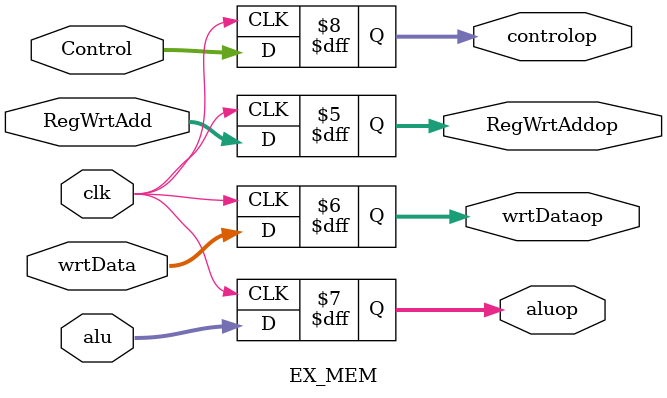
<source format=v>
`timescale 1ns / 1ps


module EX_MEM(
input clk,
input [9:0] Control,
input [31:0] alu,
input [31:0] wrtData,
input [4:0] RegWrtAdd,
output reg [9:0] controlop,
output reg [31:0] aluop,
output reg [31:0] wrtDataop,
output reg [4:0] RegWrtAddop
);
always @(posedge clk)
    controlop <= Control;
always @(posedge clk)
    aluop <= alu;
always @(posedge clk)
    wrtDataop <= wrtData;
always @(posedge clk)
    RegWrtAddop <= RegWrtAdd;
endmodule

</source>
